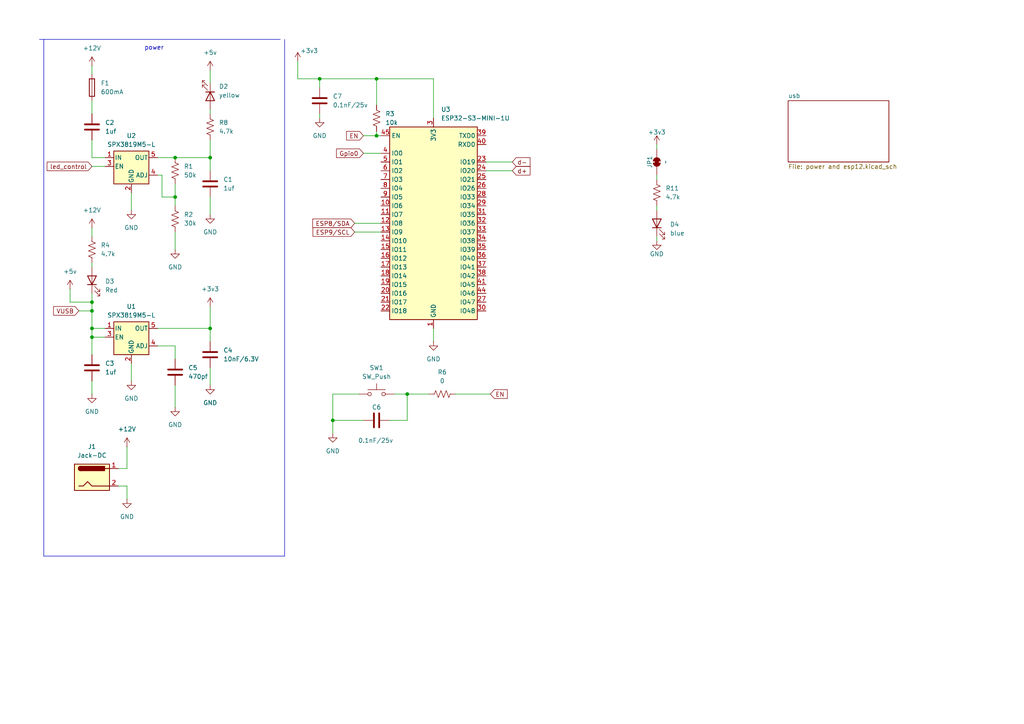
<source format=kicad_sch>
(kicad_sch (version 20231120) (generator "eeschema") (generator_version "8.0")
  (paper "A4")
  (title_block (title "Hardware water level") (company "Cristian Carreras"))
  (lib_symbols
    (symbol "Connector:Jack-DC" (pin_names (offset 1.016))
      (property "Reference" "J" (at 0 5.334 0))
      (property "Value" "Jack-DC" (at 0 -5.08 0))
      (symbol "Jack-DC_0_1"
        (rectangle (start -5.08 3.81) (end 5.08 -3.81) (stroke (width 0.254)) (fill (type background)))
        (arc (start -3.302 3.175) (mid -3.9343 2.54) (end -3.302 1.905) (stroke (width 0.254)))
        (arc (start -3.302 3.175) (mid -3.9343 2.54) (end -3.302 1.905) (stroke (width 0.254)) (fill (type outline)))
        (polyline (pts (xy 5.08 2.54) (xy 3.81 2.54)) (stroke (width 0.254)))
        (polyline (pts (xy -3.81 -2.54) (xy -2.54 -2.54) (xy -1.27 -1.27) (xy 0 -2.54) (xy 2.54 -2.54) (xy 5.08 -2.54)) (stroke (width 0.254)))
        (rectangle (start 3.683 3.175) (end -3.302 1.905) (stroke (width 0.254)) (fill (type outline)))
      )
      (symbol "Jack-DC_1_1"
        (pin passive line (at 7.62 2.54 180) (length 2.54) (name "~") (number "1"))
        (pin passive line (at 7.62 -2.54 180) (length 2.54) (name "~") (number "2"))
      )
    )
    (symbol "Device:C" (pin_numbers hide) (pin_names (offset 0.254))
      (property "Reference" "C" (at 0.635 2.54 0))
      (property "Value" "C" (at 0.635 -2.54 0))
      (symbol "C_0_1"
        (polyline (pts (xy -2.032 -0.762) (xy 2.032 -0.762)) (stroke (width 0.508)))
        (polyline (pts (xy -2.032 0.762) (xy 2.032 0.762)) (stroke (width 0.508)))
      )
      (symbol "C_1_1"
        (pin passive line (at 0 3.81 270) (length 2.794) (name "~") (number "1"))
        (pin passive line (at 0 -3.81 90) (length 2.794) (name "~") (number "2"))
      )
    )
    (symbol "Device:Fuse" (pin_numbers hide) (pin_names (offset 0))
      (property "Reference" "F" (at 2.032 0 90))
      (property "Value" "Fuse" (at -1.905 0 90))
      (symbol "Fuse_0_1"
        (rectangle (start -0.762 -2.54) (end 0.762 2.54) (stroke (width 0.254)))
        (polyline (pts (xy 0 2.54) (xy 0 -2.54)))
      )
      (symbol "Fuse_1_1"
        (pin passive line (at 0 3.81 270) (length 1.27) (name "~") (number "1"))
        (pin passive line (at 0 -3.81 90) (length 1.27) (name "~") (number "2"))
      )
    )
    (symbol "Device:R_US" (pin_numbers hide) (pin_names (offset 0))
      (property "Reference" "R" (at 2.54 0 90))
      (property "Value" "R_US" (at -2.54 0 90))
      (symbol "R_US_0_1"
        (polyline (pts (xy 0 -2.286) (xy 0 -2.54)))
        (polyline (pts (xy 0 2.286) (xy 0 2.54)))
        (polyline (pts (xy 0 -0.762) (xy 1.016 -1.143) (xy 0 -1.524) (xy -1.016 -1.905) (xy 0 -2.286)))
        (polyline (pts (xy 0 0.762) (xy 1.016 0.381) (xy 0 0) (xy -1.016 -0.381) (xy 0 -0.762)))
        (polyline (pts (xy 0 2.286) (xy 1.016 1.905) (xy 0 1.524) (xy -1.016 1.143) (xy 0 0.762)))
      )
      (symbol "R_US_1_1"
        (pin passive line (at 0 3.81 270) (length 1.27) (name "~") (number "1"))
        (pin passive line (at 0 -3.81 90) (length 1.27) (name "~") (number "2"))
      )
    )
    (symbol "RF_Module:ESP32-S3-MINI-1U"
      (property "Reference" "U" (at -11.43 29.21 0))
      (property "Value" "ESP32-S3-MINI-1U" (at 12.7 29.21 0))
      (symbol "ESP32-S3-MINI-1U_0_1"
        (rectangle (start -12.7 27.94) (end 12.7 -27.94) (stroke (width 0.254)) (fill (type background)))
      )
      (symbol "ESP32-S3-MINI-1U_1_1"
        (pin power_in line (at 0 -30.48 90) (length 2.54) (name "GND") (number "1"))
        (pin bidirectional line (at -15.24 5.08 0) (length 2.54) (name "IO6") (number "10"))
        (pin bidirectional line (at -15.24 2.54 0) (length 2.54) (name "IO7") (number "11"))
        (pin bidirectional line (at -15.24 0 0) (length 2.54) (name "IO8") (number "12"))
        (pin bidirectional line (at -15.24 -2.54 0) (length 2.54) (name "IO9") (number "13"))
        (pin bidirectional line (at -15.24 -5.08 0) (length 2.54) (name "IO10") (number "14"))
        (pin bidirectional line (at -15.24 -7.62 0) (length 2.54) (name "IO11") (number "15"))
        (pin bidirectional line (at -15.24 -10.16 0) (length 2.54) (name "IO12") (number "16"))
        (pin bidirectional line (at -15.24 -12.7 0) (length 2.54) (name "IO13") (number "17"))
        (pin bidirectional line (at -15.24 -15.24 0) (length 2.54) (name "IO14") (number "18"))
        (pin bidirectional line (at -15.24 -17.78 0) (length 2.54) (name "IO15") (number "19"))
        (pin passive line (at 0 -30.48 90) (length 2.54) hide (name "GND") (number "2"))
        (pin bidirectional line (at -15.24 -20.32 0) (length 2.54) (name "IO16") (number "20"))
        (pin bidirectional line (at -15.24 -22.86 0) (length 2.54) (name "IO17") (number "21"))
        (pin bidirectional line (at -15.24 -25.4 0) (length 2.54) (name "IO18") (number "22"))
        (pin bidirectional line (at 15.24 17.78 180) (length 2.54) (name "IO19") (number "23"))
        (pin bidirectional line (at 15.24 15.24 180) (length 2.54) (name "IO20") (number "24"))
        (pin bidirectional line (at 15.24 12.7 180) (length 2.54) (name "IO21") (number "25"))
        (pin bidirectional line (at 15.24 10.16 180) (length 2.54) (name "IO26") (number "26"))
        (pin bidirectional line (at 15.24 -22.86 180) (length 2.54) (name "IO47") (number "27"))
        (pin bidirectional line (at 15.24 7.62 180) (length 2.54) (name "IO33") (number "28"))
        (pin bidirectional line (at 15.24 5.08 180) (length 2.54) (name "IO34") (number "29"))
        (pin power_in line (at 0 30.48 270) (length 2.54) (name "3V3") (number "3"))
        (pin bidirectional line (at 15.24 -25.4 180) (length 2.54) (name "IO48") (number "30"))
        (pin bidirectional line (at 15.24 2.54 180) (length 2.54) (name "IO35") (number "31"))
        (pin bidirectional line (at 15.24 0 180) (length 2.54) (name "IO36") (number "32"))
        (pin bidirectional line (at 15.24 -2.54 180) (length 2.54) (name "IO37") (number "33"))
        (pin bidirectional line (at 15.24 -5.08 180) (length 2.54) (name "IO38") (number "34"))
        (pin bidirectional line (at 15.24 -7.62 180) (length 2.54) (name "IO39") (number "35"))
        (pin bidirectional line (at 15.24 -10.16 180) (length 2.54) (name "IO40") (number "36"))
        (pin bidirectional line (at 15.24 -12.7 180) (length 2.54) (name "IO41") (number "37"))
        (pin bidirectional line (at 15.24 -15.24 180) (length 2.54) (name "IO42") (number "38"))
        (pin bidirectional line (at 15.24 25.4 180) (length 2.54) (name "TXD0") (number "39"))
        (pin bidirectional line (at -15.24 20.32 0) (length 2.54) (name "IO0") (number "4"))
        (pin bidirectional line (at 15.24 22.86 180) (length 2.54) (name "RXD0") (number "40"))
        (pin bidirectional line (at 15.24 -17.78 180) (length 2.54) (name "IO45") (number "41"))
        (pin passive line (at 0 -30.48 90) (length 2.54) hide (name "GND") (number "42"))
        (pin passive line (at 0 -30.48 90) (length 2.54) hide (name "GND") (number "43"))
        (pin bidirectional line (at 15.24 -20.32 180) (length 2.54) (name "IO46") (number "44"))
        (pin input line (at -15.24 25.4 0) (length 2.54) (name "EN") (number "45"))
        (pin passive line (at 0 -30.48 90) (length 2.54) hide (name "GND") (number "46"))
        (pin passive line (at 0 -30.48 90) (length 2.54) hide (name "GND") (number "47"))
        (pin passive line (at 0 -30.48 90) (length 2.54) hide (name "GND") (number "48"))
        (pin passive line (at 0 -30.48 90) (length 2.54) hide (name "GND") (number "49"))
        (pin bidirectional line (at -15.24 17.78 0) (length 2.54) (name "IO1") (number "5"))
        (pin passive line (at 0 -30.48 90) (length 2.54) hide (name "GND") (number "50"))
        (pin passive line (at 0 -30.48 90) (length 2.54) hide (name "GND") (number "51"))
        (pin passive line (at 0 -30.48 90) (length 2.54) hide (name "GND") (number "52"))
        (pin passive line (at 0 -30.48 90) (length 2.54) hide (name "GND") (number "53"))
        (pin passive line (at 0 -30.48 90) (length 2.54) hide (name "GND") (number "54"))
        (pin passive line (at 0 -30.48 90) (length 2.54) hide (name "GND") (number "55"))
        (pin passive line (at 0 -30.48 90) (length 2.54) hide (name "GND") (number "56"))
        (pin passive line (at 0 -30.48 90) (length 2.54) hide (name "GND") (number "57"))
        (pin passive line (at 0 -30.48 90) (length 2.54) hide (name "GND") (number "58"))
        (pin passive line (at 0 -30.48 90) (length 2.54) hide (name "GND") (number "59"))
        (pin bidirectional line (at -15.24 15.24 0) (length 2.54) (name "IO2") (number "6"))
        (pin passive line (at 0 -30.48 90) (length 2.54) hide (name "GND") (number "60"))
        (pin passive line (at 0 -30.48 90) (length 2.54) hide (name "GND") (number "61"))
        (pin passive line (at 0 -30.48 90) (length 2.54) hide (name "GND") (number "62"))
        (pin passive line (at 0 -30.48 90) (length 2.54) hide (name "GND") (number "63"))
        (pin passive line (at 0 -30.48 90) (length 2.54) hide (name "GND") (number "64"))
        (pin passive line (at 0 -30.48 90) (length 2.54) hide (name "GND") (number "65"))
        (pin bidirectional line (at -15.24 12.7 0) (length 2.54) (name "IO3") (number "7"))
        (pin bidirectional line (at -15.24 10.16 0) (length 2.54) (name "IO4") (number "8"))
        (pin bidirectional line (at -15.24 7.62 0) (length 2.54) (name "IO5") (number "9"))
      )
    )
    (symbol "Regulator_Linear:SPX3819M5-L" (pin_names (offset 0.254))
      (property "Reference" "U" (at -3.81 5.715 0))
      (property "Value" "SPX3819M5-L" (at 0 5.715 0))
      (symbol "SPX3819M5-L_0_1"
        (rectangle (start -5.08 4.445) (end 5.08 -5.08) (stroke (width 0.254)) (fill (type background)))
      )
      (symbol "SPX3819M5-L_1_1"
        (pin power_in line (at -7.62 2.54 0) (length 2.54) (name "IN") (number "1"))
        (pin power_in line (at 0 -7.62 90) (length 2.54) (name "GND") (number "2"))
        (pin input line (at -7.62 0 0) (length 2.54) (name "EN") (number "3"))
        (pin input line (at 7.62 -2.54 180) (length 2.54) (name "ADJ") (number "4"))
        (pin power_out line (at 7.62 2.54 180) (length 2.54) (name "OUT") (number "5"))
      )
    )
    (symbol "SparkFun-Jumper:SolderJumper_2_Bridged" (pin_numbers hide) (pin_names (offset 0) hide)
      (property "Reference" "JP" (at 0 2.032 0))
      (property "Value" "~" (at 0 -2.54 0))
      (symbol "SolderJumper_2_Bridged_0_1"
        (rectangle (start -0.508 0.508) (end 0.508 -0.508) (fill (type outline)))
        (arc (start -0.254 1.016) (mid -1.2656 0) (end -0.254 -1.016))
        (arc (start -0.254 1.016) (mid -1.2656 0) (end -0.254 -1.016) (fill (type outline)))
        (polyline (pts (xy -0.254 1.016) (xy -0.254 -1.016)))
        (polyline (pts (xy 0.254 1.016) (xy 0.254 -1.016)))
        (arc (start 0.254 -1.016) (mid 1.2656 0) (end 0.254 1.016))
        (arc (start 0.254 -1.016) (mid 1.2656 0) (end 0.254 1.016) (fill (type outline)))
      )
      (symbol "SolderJumper_2_Bridged_1_1"
        (pin passive line (at -3.81 0 0) (length 2.54) (name "A") (number "1"))
        (pin passive line (at 3.81 0 180) (length 2.54) (name "B") (number "2"))
      )
    )
    (symbol "SparkFun-LED:LED_Red_0603" (pin_numbers hide) (pin_names (offset 1.016) hide)
      (property "Reference" "D" (at 0 2.54 0))
      (property "Value" "Red" (at 0 -2.54 0))
      (symbol "LED_Red_0603_0_1"
        (polyline (pts (xy -1.27 -1.27) (xy -1.27 1.27)) (stroke (width 0.254)))
        (polyline (pts (xy -1.27 0) (xy 1.27 0)))
        (polyline (pts (xy 1.27 -1.27) (xy 1.27 1.27) (xy -1.27 0) (xy 1.27 -1.27)) (stroke (width 0.254)))
        (polyline (pts (xy -3.048 -0.762) (xy -4.572 -2.286) (xy -3.81 -2.286) (xy -4.572 -2.286) (xy -4.572 -1.524)))
        (polyline (pts (xy -1.778 -0.762) (xy -3.302 -2.286) (xy -2.54 -2.286) (xy -3.302 -2.286) (xy -3.302 -1.524)))
      )
      (symbol "LED_Red_0603_1_1"
        (pin passive line (at -3.81 0 0) (length 2.54) (name "K") (number "1"))
        (pin passive line (at 3.81 0 180) (length 2.54) (name "A") (number "2"))
      )
    )
    (symbol "SparkFun-PowerSymbol:3.3V" (power) (pin_names (offset 0))
      (property "Value" "3.3V" (at 0 3.556 0))
      (symbol "3.3V_0_1"
        (polyline (pts (xy -0.762 1.27) (xy 0 2.54)))
        (polyline (pts (xy 0 0) (xy 0 2.54)))
        (polyline (pts (xy 0 2.54) (xy 0.762 1.27)))
      )
      (symbol "3.3V_1_1"
        (pin power_in line (at 0 0 90) (length 0) hide (name "3.3V") (number "1"))
      )
    )
    (symbol "SparkFun-PowerSymbol:GND" (power) (pin_names (offset 0))
      (property "Value" "GND" (at 0 -3.81 0))
      (symbol "GND_0_1"
        (polyline (pts (xy 0 0) (xy 0 -1.27) (xy 1.27 -1.27) (xy 0 -2.54) (xy -1.27 -1.27) (xy 0 -1.27)))
      )
      (symbol "GND_1_1"
        (pin power_in line (at 0 0 270) (length 0) hide (name "GND") (number "1"))
      )
    )
    (symbol "SparkFun-Resistor:4.7k_0402" (pin_numbers hide) (pin_names (offset 0))
      (property "Reference" "R" (at 0 -2.54 0))
      (property "Value" "4.7k" (at 0 2.54 0))
      (symbol "4.7k_0402_0_1"
        (polyline (pts (xy -2.286 0) (xy -2.54 0)))
        (polyline (pts (xy 2.286 0) (xy 2.54 0)))
        (polyline (pts (xy -0.762 0) (xy -1.143 -1.016) (xy -1.524 0) (xy -1.905 1.016) (xy -2.286 0)))
        (polyline (pts (xy 0.762 0) (xy 0.381 -1.016) (xy 0 0) (xy -0.381 1.016) (xy -0.762 0)))
        (polyline (pts (xy 2.286 0) (xy 1.905 -1.016) (xy 1.524 0) (xy 1.143 1.016) (xy 0.762 0)))
      )
      (symbol "4.7k_0402_1_1"
        (pin passive line (at 3.81 0 180) (length 1.27) (name "~") (number "1"))
        (pin passive line (at -3.81 0 0) (length 1.27) (name "~") (number "2"))
      )
    )
    (symbol "Switch:SW_Push" (pin_numbers hide) (pin_names (offset 1.016) hide)
      (property "Reference" "SW" (at 1.27 2.54 0))
      (property "Value" "SW_Push" (at 0 -1.524 0))
      (symbol "SW_Push_0_1"
        (circle (center -2.032 0) (radius 0.508))
        (polyline (pts (xy 0 1.27) (xy 0 3.048)))
        (polyline (pts (xy 2.54 1.27) (xy -2.54 1.27)))
        (circle (center 2.032 0) (radius 0.508))
        (pin passive line (at -5.08 0 0) (length 2.54) (name "1") (number "1"))
        (pin passive line (at 5.08 0 180) (length 2.54) (name "2") (number "2"))
      )
    )
    (symbol "power:+12V" (power) (pin_numbers hide) (pin_names (offset 0) hide)
      (property "Value" "+12V" (at 0 3.556 0))
      (symbol "+12V_0_1"
        (polyline (pts (xy -0.762 1.27) (xy 0 2.54)))
        (polyline (pts (xy 0 0) (xy 0 2.54)))
        (polyline (pts (xy 0 2.54) (xy 0.762 1.27)))
      )
      (symbol "+12V_1_1"
        (pin power_in line (at 0 0 90) (length 0) (name "~") (number "1"))
      )
    )
    (symbol "power:+3V3" (power) (pin_numbers hide) (pin_names (offset 0) hide)
      (property "Value" "+3V3" (at 0 3.556 0))
      (symbol "+3V3_0_1"
        (polyline (pts (xy -0.762 1.27) (xy 0 2.54)))
        (polyline (pts (xy 0 0) (xy 0 2.54)))
        (polyline (pts (xy 0 2.54) (xy 0.762 1.27)))
      )
      (symbol "+3V3_1_1"
        (pin power_in line (at 0 0 90) (length 0) (name "~") (number "1"))
      )
    )
    (symbol "power:GND" (power) (pin_numbers hide) (pin_names (offset 0) hide)
      (property "Value" "GND" (at 0 -3.81 0))
      (symbol "GND_0_1"
        (polyline (pts (xy 0 0) (xy 0 -1.27) (xy 1.27 -1.27) (xy 0 -2.54) (xy -1.27 -1.27) (xy 0 -1.27)))
      )
      (symbol "GND_1_1"
        (pin power_in line (at 0 0 270) (length 0) (name "~") (number "1"))
      )
    )
  )
  (junction (at 96.52 121.92))
  (junction (at 92.71 22.86))
  (junction (at 26.67 95.25))
  (junction (at 26.67 90.17))
  (junction (at 109.22 22.86))
  (junction (at 60.96 45.72))
  (junction (at 109.22 39.37))
  (junction (at 26.67 87.63))
  (junction (at 50.8 57.15))
  (junction (at 118.11 114.3))
  (junction (at 26.67 97.79))
  (junction (at 60.96 95.25))
  (junction (at 50.8 45.72))
  (wire (pts (xy 102.87 67.31) (xy 110.49 67.31)))
  (wire (pts (xy 20.32 87.63) (xy 26.67 87.63)))
  (wire (pts (xy 60.96 40.64) (xy 60.96 45.72)))
  (wire (pts (xy 26.67 76.2) (xy 26.67 77.47)))
  (wire (pts (xy 125.73 95.25) (xy 125.73 99.06)))
  (wire (pts (xy 190.5 41.91) (xy 190.5 43.18)))
  (wire (pts (xy 113.03 121.92) (xy 118.11 121.92)))
  (wire (pts (xy 125.73 22.86) (xy 125.73 34.29)))
  (wire (pts (xy 30.48 45.72) (xy 26.67 45.72)))
  (wire (pts (xy 26.67 110.49) (xy 26.67 114.3)))
  (wire (pts (xy 45.72 45.72) (xy 50.8 45.72)))
  (wire (pts (xy 36.83 140.97) (xy 36.83 144.78)))
  (wire (pts (xy 140.97 46.99) (xy 148.59 46.99)))
  (wire (pts (xy 190.5 68.58) (xy 190.5 69.85)))
  (wire (pts (xy 26.67 90.17) (xy 26.67 95.25)))
  (wire (pts (xy 60.96 57.15) (xy 60.96 62.23)))
  (wire (pts (xy 26.67 87.63) (xy 26.67 90.17)))
  (wire (pts (xy 92.71 25.4) (xy 92.71 22.86)))
  (wire (pts (xy 46.99 50.8) (xy 46.99 57.15)))
  (wire (pts (xy 96.52 121.92) (xy 96.52 125.73)))
  (wire (pts (xy 50.8 53.34) (xy 50.8 57.15)))
  (polyline (pts (xy 82.55 161.29) (xy 12.7 161.29)))
  (wire (pts (xy 96.52 121.92) (xy 105.41 121.92)))
  (wire (pts (xy 104.14 114.3) (xy 96.52 114.3)))
  (wire (pts (xy 50.8 111.76) (xy 50.8 118.11)))
  (wire (pts (xy 86.36 22.86) (xy 92.71 22.86)))
  (wire (pts (xy 60.96 106.68) (xy 60.96 111.76)))
  (wire (pts (xy 109.22 22.86) (xy 125.73 22.86)))
  (wire (pts (xy 92.71 22.86) (xy 109.22 22.86)))
  (wire (pts (xy 140.97 49.53) (xy 148.59 49.53)))
  (wire (pts (xy 190.5 52.07) (xy 190.5 50.8)))
  (wire (pts (xy 105.41 39.37) (xy 109.22 39.37)))
  (wire (pts (xy 34.29 140.97) (xy 36.83 140.97)))
  (wire (pts (xy 34.29 135.89) (xy 36.83 135.89)))
  (wire (pts (xy 118.11 114.3) (xy 124.46 114.3)))
  (polyline (pts (xy 12.7 161.29) (xy 12.7 11.43)))
  (wire (pts (xy 26.67 21.59) (xy 26.67 19.05)))
  (wire (pts (xy 30.48 48.26) (xy 26.67 48.26)))
  (wire (pts (xy 50.8 67.31) (xy 50.8 72.39)))
  (wire (pts (xy 38.1 55.88) (xy 38.1 60.96)))
  (wire (pts (xy 26.67 97.79) (xy 26.67 95.25)))
  (wire (pts (xy 190.5 60.96) (xy 190.5 59.69)))
  (wire (pts (xy 50.8 45.72) (xy 60.96 45.72)))
  (wire (pts (xy 60.96 95.25) (xy 60.96 99.06)))
  (wire (pts (xy 60.96 31.75) (xy 60.96 33.02)))
  (wire (pts (xy 118.11 121.92) (xy 118.11 114.3)))
  (polyline (pts (xy 11.43 11.43) (xy 81.28 11.43)))
  (wire (pts (xy 132.08 114.3) (xy 142.24 114.3)))
  (wire (pts (xy 109.22 22.86) (xy 109.22 30.48)))
  (wire (pts (xy 102.87 64.77) (xy 110.49 64.77)))
  (wire (pts (xy 26.67 45.72) (xy 26.67 40.64)))
  (wire (pts (xy 60.96 88.9) (xy 60.96 95.25)))
  (wire (pts (xy 26.67 66.04) (xy 26.67 68.58)))
  (wire (pts (xy 109.22 39.37) (xy 109.22 38.1)))
  (wire (pts (xy 45.72 50.8) (xy 46.99 50.8)))
  (wire (pts (xy 22.86 90.17) (xy 26.67 90.17)))
  (wire (pts (xy 26.67 85.09) (xy 26.67 87.63)))
  (wire (pts (xy 114.3 114.3) (xy 118.11 114.3)))
  (wire (pts (xy 96.52 114.3) (xy 96.52 121.92)))
  (wire (pts (xy 46.99 57.15) (xy 50.8 57.15)))
  (wire (pts (xy 110.49 39.37) (xy 109.22 39.37)))
  (wire (pts (xy 45.72 95.25) (xy 60.96 95.25)))
  (wire (pts (xy 26.67 102.87) (xy 26.67 97.79)))
  (wire (pts (xy 92.71 33.02) (xy 92.71 34.29)))
  (wire (pts (xy 45.72 100.33) (xy 50.8 100.33)))
  (wire (pts (xy 30.48 95.25) (xy 26.67 95.25)))
  (wire (pts (xy 20.32 83.82) (xy 20.32 87.63)))
  (wire (pts (xy 38.1 105.41) (xy 38.1 110.49)))
  (wire (pts (xy 50.8 57.15) (xy 50.8 59.69)))
  (wire (pts (xy 60.96 45.72) (xy 60.96 49.53)))
  (wire (pts (xy 36.83 135.89) (xy 36.83 129.54)))
  (wire (pts (xy 30.48 97.79) (xy 26.67 97.79)))
  (wire (pts (xy 105.41 44.45) (xy 110.49 44.45)))
  (polyline (pts (xy 82.55 11.43) (xy 82.55 161.29)))
  (wire (pts (xy 26.67 29.21) (xy 26.67 33.02)))
  (wire (pts (xy 60.96 20.32) (xy 60.96 24.13)))
  (wire (pts (xy 86.36 17.78) (xy 86.36 22.86)))
  (wire (pts (xy 50.8 100.33) (xy 50.8 104.14)))
  (text "power" (at 44.704 13.97 0) (effects (font (size 1.27 1.27))))
  (global_label "Gpio0" (shape input) (at 105.41 44.45 180) (property "Intersheetrefs" "${INTERSHEET_REFS}" (effects (hide yes))))
  (global_label "VUSB" (shape input) (at 22.86 90.17 180) (property "Intersheetrefs" "${INTERSHEET_REFS}" (effects (hide yes))))
  (global_label "d+" (shape input) (at 148.59 49.53 0) (property "Intersheetrefs" "${INTERSHEET_REFS}" (effects (hide yes))))
  (global_label "ESP9{slash}SCL" (shape input) (at 102.87 67.31 180) (property "Intersheetrefs" "${INTERSHEET_REFS}" (effects (hide yes))))
  (global_label "d-" (shape input) (at 148.59 46.99 0) (property "Intersheetrefs" "${INTERSHEET_REFS}" (effects (hide yes))))
  (global_label "EN" (shape input) (at 142.24 114.3 0) (property "Intersheetrefs" "${INTERSHEET_REFS}" (effects (hide yes))))
  (global_label "EN" (shape input) (at 105.41 39.37 180) (property "Intersheetrefs" "${INTERSHEET_REFS}" (effects (hide yes))))
  (global_label "led_control" (shape input) (at 26.67 48.26 180) (property "Intersheetrefs" "${INTERSHEET_REFS}" (effects (hide yes))))
  (global_label "ESP8{slash}SDA" (shape input) (at 102.87 64.77 180) (property "Intersheetrefs" "${INTERSHEET_REFS}" (effects (hide yes))))
  (symbol (lib_id "power:+3V3") (at 60.96 88.9 0) (unit 1)
    (property "Reference" "#PWR010" (effects (hide yes)))
    (property "Value" "+3v3" (at 60.96 83.82 0))
    (property "Description" "Power symbol creates a global label with name \"+3V3\"" (effects (hide yes)))
  )
  (symbol (lib_id "Device:C") (at 26.67 36.83 0) (unit 1)
    (property "Reference" "C2" (at 30.48 35.5599 0) (effects (justify left)))
    (property "Value" "1uf" (at 30.48 38.0999 0) (effects (justify left)))
    (property "Footprint" "Capacitor_SMD:C_0402_1005Metric" (effects (hide yes)))
    (property "Description" "Unpolarized capacitor" (effects (hide yes)))
  )
  (symbol (lib_id "Switch:SW_Push") (at 109.22 114.3 0) (unit 1)
    (property "Reference" "SW1" (at 109.22 106.68 0))
    (property "Value" "SW_Push" (at 109.22 109.22 0))
    (property "Footprint" "Button_Switch_THT:SW_PUSH_6mm" (effects (hide yes)))
    (property "Description" "Push button switch, generic, two pins" (effects (hide yes)))
  )
  (symbol (lib_id "Regulator_Linear:SPX3819M5-L") (at 38.1 97.79 0) (unit 1)
    (property "Reference" "U1" (at 38.1 88.9 0))
    (property "Value" "SPX3819M5-L" (at 38.1 91.44 0))
    (property "Footprint" "Package_TO_SOT_SMD:SOT-23-5" (effects (hide yes)))
    (property "Datasheet" "https://www.exar.com/content/document.ashx?id=22106&languageid=1033&type=Datasheet&partnumber=SPX3819&filename=SPX3819.pdf&part=SPX3819" (effects (hide yes)))
    (property "Description" "500mA Low drop-out regulator, Adjustable, SOT-23-5" (effects (hide yes)))
  )
  (symbol (lib_id "SparkFun-PowerSymbol:GND") (at 190.5 69.85 0) (unit 1)
    (property "Reference" "#PWR042" (effects (hide yes)))
    (property "Value" "GND" (at 190.5 73.66 0))
  )
  (symbol (lib_id "SparkFun-LED:LED_Red_0603") (at 190.5 64.77 90) (unit 1)
    (property "Reference" "D4" (at 194.31 65.0874 90) (effects (justify right)))
    (property "Value" "blue" (at 194.31 67.6274 90) (effects (justify right)))
    (property "Footprint" "LED_SMD:LED_0603_1608Metric" (effects (hide yes)))
    (property "Datasheet" "https://docs.broadcom.com/docs/AV02-0551EN" (effects (hide yes)))
    (property "PROD_ID" "DIO-17976" (effects (hide yes)))
  )
  (symbol (lib_id "power:+3V3") (at 86.36 17.78 0) (unit 1)
    (property "Reference" "#PWR015" (effects (hide yes)))
    (property "Value" "+3v3" (at 89.662 14.732 0))
    (property "Description" "Power symbol creates a global label with name \"+3V3\"" (effects (hide yes)))
  )
  (symbol (lib_id "power:+12V") (at 36.83 129.54 0) (unit 1)
    (property "Reference" "#PWR01" (effects (hide yes)))
    (property "Value" "+12V" (at 36.83 124.46 0))
    (property "Description" "Power symbol creates a global label with name \"+12V\"" (effects (hide yes)))
  )
  (symbol (lib_id "Device:R_US") (at 50.8 49.53 0) (unit 1)
    (property "Reference" "R1" (at 53.34 48.2599 0) (effects (justify left)))
    (property "Value" "50k" (at 53.34 50.7999 0) (effects (justify left)))
    (property "Footprint" "Resistor_SMD:R_0402_1005Metric" (effects (hide yes)))
    (property "Description" "Resistor, US symbol" (effects (hide yes)))
  )
  (symbol (lib_id "power:GND") (at 125.73 99.06 0) (unit 1)
    (property "Reference" "#PWR013" (effects (hide yes)))
    (property "Value" "GND" (at 125.73 104.14 0))
    (property "Description" "Power symbol creates a global label with name \"GND\" , ground" (effects (hide yes)))
  )
  (symbol (lib_id "Device:C") (at 92.71 29.21 0) (unit 1)
    (property "Reference" "C7" (at 96.52 27.9399 0) (effects (justify left)))
    (property "Value" "0.1nF/25v" (at 96.52 30.4799 0) (effects (justify left)))
    (property "Footprint" "Capacitor_SMD:C_0402_1005Metric" (effects (hide yes)))
    (property "Description" "Unpolarized capacitor" (effects (hide yes)))
  )
  (symbol (lib_id "Device:C") (at 109.22 121.92 90) (unit 1)
    (property "Reference" "C6" (at 109.22 118.11 90))
    (property "Value" "0.1nF/25v" (at 108.966 127.762 90))
    (property "Footprint" "Capacitor_SMD:C_0402_1005Metric" (effects (hide yes)))
    (property "Description" "Unpolarized capacitor" (effects (hide yes)))
  )
  (symbol (lib_id "power:GND") (at 38.1 110.49 0) (unit 1)
    (property "Reference" "#PWR08" (effects (hide yes)))
    (property "Value" "GND" (at 38.1 115.57 0))
    (property "Description" "Power symbol creates a global label with name \"GND\" , ground" (effects (hide yes)))
  )
  (symbol (lib_id "SparkFun-Resistor:4.7k_0402") (at 26.67 72.39 90) (unit 1)
    (property "Reference" "R4" (at 29.21 71.12 90) (effects (justify right)))
    (property "Value" "4.7k" (at 29.21 73.66 90) (effects (justify right)))
    (property "Footprint" "Resistor_SMD:R_0402_1005Metric" (effects (hide yes)))
    (property "Datasheet" "https://www.vishay.com/docs/20035/dcrcwe3.pdf" (effects (hide yes)))
    (property "PROD_ID" "RES-15343" (effects (hide yes)))
  )
  (symbol (lib_id "Regulator_Linear:SPX3819M5-L") (at 38.1 48.26 0) (unit 1)
    (property "Reference" "U2" (at 38.1 39.37 0))
    (property "Value" "SPX3819M5-L" (at 38.1 41.91 0))
    (property "Footprint" "Package_TO_SOT_SMD:SOT-23-5" (effects (hide yes)))
    (property "Datasheet" "https://www.exar.com/content/document.ashx?id=22106&languageid=1033&type=Datasheet&partnumber=SPX3819&filename=SPX3819.pdf&part=SPX3819" (effects (hide yes)))
    (property "Description" "500mA Low drop-out regulator, Adjustable, SOT-23-5" (effects (hide yes)))
  )
  (symbol (lib_id "Connector:Jack-DC") (at 26.67 138.43 0) (unit 1)
    (property "Reference" "J1" (at 26.67 129.54 0))
    (property "Value" "Jack-DC" (at 26.67 132.08 0))
    (property "Footprint" "Connector_BarrelJack:BarrelJack_Horizontal" (effects (hide yes)))
    (property "Description" "DC Barrel Jack" (effects (hide yes)))
  )
  (symbol (lib_id "power:GND") (at 92.71 34.29 0) (unit 1)
    (property "Reference" "#PWR017" (effects (hide yes)))
    (property "Value" "GND" (at 92.71 39.37 0))
    (property "Description" "Power symbol creates a global label with name \"GND\" , ground" (effects (hide yes)))
  )
  (symbol (lib_id "SparkFun-LED:LED_Red_0603") (at 60.96 27.94 270) (unit 1)
    (property "Reference" "D2" (at 63.5 25.0824 90) (effects (justify left)))
    (property "Value" "yellow" (at 63.5 27.6224 90) (effects (justify left)))
    (property "Footprint" "LED_SMD:LED_0603_1608Metric" (effects (hide yes)))
    (property "Datasheet" "https://docs.broadcom.com/docs/AV02-0551EN" (effects (hide yes)))
    (property "PROD_ID" "DIO-17976" (effects (hide yes)))
  )
  (symbol (lib_id "RF_Module:ESP32-S3-MINI-1U") (at 125.73 64.77 0) (unit 1)
    (property "Reference" "U3" (at 127.9241 31.75 0) (effects (justify left)))
    (property "Value" "ESP32-S3-MINI-1U" (at 127.9241 34.29 0) (effects (justify left)))
    (property "Footprint" "RF_Module:ESP32-S2-MINI-1U" (effects (hide yes)))
    (property "Datasheet" "https://www.espressif.com/sites/default/files/documentation/esp32-s3-mini-1_mini-1u_datasheet_en.pdf" (effects (hide yes)))
    (property "Description" "RF Module, ESP32-S3 SoC, Wi-Fi 802.11b/g/n, Bluetooth, BLE, 32-bit, 3.3V, SMD, external antenna" (effects (hide yes)))
  )
  (symbol (lib_id "Device:R_US") (at 50.8 63.5 0) (unit 1)
    (property "Reference" "R2" (at 53.34 62.2299 0) (effects (justify left)))
    (property "Value" "30k" (at 53.34 64.7699 0) (effects (justify left)))
    (property "Footprint" "Resistor_SMD:R_0402_1005Metric" (effects (hide yes)))
    (property "Description" "Resistor, US symbol" (effects (hide yes)))
  )
  (symbol (lib_id "power:GND") (at 60.96 111.76 0) (unit 1)
    (property "Reference" "#PWR011" (effects (hide yes)))
    (property "Value" "GND" (at 60.96 116.84 0))
    (property "Description" "Power symbol creates a global label with name \"GND\" , ground" (effects (hide yes)))
  )
  (symbol (lib_id "SparkFun-Resistor:4.7k_0402") (at 190.5 55.88 90) (unit 1)
    (property "Reference" "R11" (at 193.04 54.61 90) (effects (justify right)))
    (property "Value" "4.7k" (at 193.04 57.15 90) (effects (justify right)))
    (property "Footprint" "Resistor_SMD:R_0402_1005Metric" (effects (hide yes)))
    (property "Datasheet" "https://www.vishay.com/docs/20035/dcrcwe3.pdf" (effects (hide yes)))
    (property "PROD_ID" "RES-15343" (effects (hide yes)))
  )
  (symbol (lib_id "Device:R_US") (at 109.22 34.29 0) (unit 1)
    (property "Reference" "R3" (at 111.76 33.0199 0) (effects (justify left)))
    (property "Value" "10k" (at 111.76 35.5599 0) (effects (justify left)))
    (property "Footprint" "Resistor_SMD:R_0402_1005Metric" (effects (hide yes)))
    (property "Description" "Resistor, US symbol" (effects (hide yes)))
  )
  (symbol (lib_id "power:GND") (at 36.83 144.78 0) (unit 1)
    (property "Reference" "#PWR02" (effects (hide yes)))
    (property "Value" "GND" (at 36.83 149.86 0))
    (property "Description" "Power symbol creates a global label with name \"GND\" , ground" (effects (hide yes)))
  )
  (symbol (lib_id "power:+12V") (at 26.67 66.04 0) (unit 1)
    (property "Reference" "#PWR012" (effects (hide yes)))
    (property "Value" "+12V" (at 26.67 60.96 0))
    (property "Description" "Power symbol creates a global label with name \"+12V\"" (effects (hide yes)))
  )
  (symbol (lib_id "Device:C") (at 26.67 106.68 0) (unit 1)
    (property "Reference" "C3" (at 30.48 105.4099 0) (effects (justify left)))
    (property "Value" "1uf" (at 30.48 107.9499 0) (effects (justify left)))
    (property "Footprint" "Capacitor_SMD:C_0402_1005Metric" (effects (hide yes)))
    (property "Description" "Unpolarized capacitor" (effects (hide yes)))
  )
  (symbol (lib_id "Device:C") (at 50.8 107.95 0) (unit 1)
    (property "Reference" "C5" (at 54.61 106.6799 0) (effects (justify left)))
    (property "Value" "470pf" (at 54.61 109.2199 0) (effects (justify left)))
    (property "Footprint" "Capacitor_SMD:C_0402_1005Metric" (effects (hide yes)))
    (property "Description" "Unpolarized capacitor" (effects (hide yes)))
  )
  (symbol (lib_id "SparkFun-PowerSymbol:3.3V") (at 190.5 41.91 0) (unit 1)
    (property "Reference" "#PWR041" (effects (hide yes)))
    (property "Value" "+3v3" (at 190.5 38.354 0))
  )
  (symbol (lib_id "Device:C") (at 60.96 53.34 0) (unit 1)
    (property "Reference" "C1" (at 64.77 52.0699 0) (effects (justify left)))
    (property "Value" "1uf" (at 64.77 54.6099 0) (effects (justify left)))
    (property "Footprint" "Capacitor_SMD:C_0402_1005Metric" (effects (hide yes)))
    (property "Description" "Unpolarized capacitor" (effects (hide yes)))
  )
  (symbol (lib_id "power:GND") (at 26.67 114.3 0) (unit 1)
    (property "Reference" "#PWR033" (effects (hide yes)))
    (property "Value" "GND" (at 26.67 119.38 0))
    (property "Description" "Power symbol creates a global label with name \"GND\" , ground" (effects (hide yes)))
  )
  (symbol (lib_id "power:GND") (at 96.52 125.73 0) (unit 1)
    (property "Reference" "#PWR016" (effects (hide yes)))
    (property "Value" "GND" (at 96.52 130.81 0))
    (property "Description" "Power symbol creates a global label with name \"GND\" , ground" (effects (hide yes)))
  )
  (symbol (lib_id "power:+3V3") (at 60.96 20.32 0) (unit 1)
    (property "Reference" "#PWR07" (effects (hide yes)))
    (property "Value" "+5v" (at 60.96 15.24 0))
    (property "Description" "Power symbol creates a global label with name \"+3V3\"" (effects (hide yes)))
  )
  (symbol (lib_id "power:+3V3") (at 20.32 83.82 0) (unit 1)
    (property "Reference" "#PWR019" (effects (hide yes)))
    (property "Value" "+5v" (at 20.32 78.74 0))
    (property "Description" "Power symbol creates a global label with name \"+3V3\"" (effects (hide yes)))
  )
  (symbol (lib_id "SparkFun-Jumper:SolderJumper_2_Bridged") (at 190.5 46.99 90) (unit 1)
    (property "Reference" "JP1" (at 188.468 46.99 0))
    (property "Value" "~" (at 193.04 46.99 0))
    (property "Footprint" "Jumper:SolderJumper-2_P1.3mm_Bridged_Pad1.0x1.5mm" (effects (hide yes)))
  )
  (symbol (lib_id "Device:Fuse") (at 26.67 25.4 0) (unit 1)
    (property "Reference" "F1" (at 29.21 24.1299 0) (effects (justify left)))
    (property "Value" "600mA" (at 29.21 26.6699 0) (effects (justify left)))
    (property "Footprint" "Fuse:Fuse_Bourns_MF-RG300" (effects (hide yes)))
    (property "Description" "Fuse" (effects (hide yes)))
  )
  (symbol (lib_id "power:GND") (at 50.8 118.11 0) (unit 1)
    (property "Reference" "#PWR09" (effects (hide yes)))
    (property "Value" "GND" (at 50.8 123.19 0))
    (property "Description" "Power symbol creates a global label with name \"GND\" , ground" (effects (hide yes)))
  )
  (symbol (lib_id "SparkFun-Resistor:4.7k_0402") (at 60.96 36.83 90) (unit 1)
    (property "Reference" "R8" (at 63.5 35.56 90) (effects (justify right)))
    (property "Value" "4.7k" (at 63.5 38.1 90) (effects (justify right)))
    (property "Footprint" "Resistor_SMD:R_0402_1005Metric" (effects (hide yes)))
    (property "Datasheet" "https://www.vishay.com/docs/20035/dcrcwe3.pdf" (effects (hide yes)))
    (property "PROD_ID" "RES-15343" (effects (hide yes)))
  )
  (symbol (lib_id "SparkFun-LED:LED_Red_0603") (at 26.67 81.28 90) (unit 1)
    (property "Reference" "D3" (at 30.48 81.5974 90) (effects (justify right)))
    (property "Value" "Red" (at 30.48 84.1374 90) (effects (justify right)))
    (property "Footprint" "LED_SMD:LED_0603_1608Metric" (effects (hide yes)))
    (property "Datasheet" "https://docs.broadcom.com/docs/AV02-0551EN" (effects (hide yes)))
    (property "PROD_ID" "DIO-17976" (effects (hide yes)))
  )
  (symbol (lib_id "Device:R_US") (at 128.27 114.3 90) (unit 1)
    (property "Reference" "R6" (at 128.27 107.95 90))
    (property "Value" "0" (at 128.27 110.49 90))
    (property "Footprint" "Resistor_SMD:R_0402_1005Metric" (effects (hide yes)))
    (property "Description" "Resistor, US symbol" (effects (hide yes)))
  )
  (symbol (lib_id "power:GND") (at 38.1 60.96 0) (unit 1)
    (property "Reference" "#PWR04" (effects (hide yes)))
    (property "Value" "GND" (at 38.1 66.04 0))
    (property "Description" "Power symbol creates a global label with name \"GND\" , ground" (effects (hide yes)))
  )
  (symbol (lib_id "power:GND") (at 60.96 62.23 0) (unit 1)
    (property "Reference" "#PWR06" (effects (hide yes)))
    (property "Value" "GND" (at 60.96 67.31 0))
    (property "Description" "Power symbol creates a global label with name \"GND\" , ground" (effects (hide yes)))
  )
  (symbol (lib_id "power:+12V") (at 26.67 19.05 0) (unit 1)
    (property "Reference" "#PWR03" (effects (hide yes)))
    (property "Value" "+12V" (at 26.67 13.97 0))
    (property "Description" "Power symbol creates a global label with name \"+12V\"" (effects (hide yes)))
  )
  (symbol (lib_id "Device:C") (at 60.96 102.87 0) (unit 1)
    (property "Reference" "C4" (at 64.77 101.5999 0) (effects (justify left)))
    (property "Value" "10nF/6.3V" (at 64.77 104.1399 0) (effects (justify left)))
    (property "Footprint" "Capacitor_SMD:C_0402_1005Metric" (effects (hide yes)))
    (property "Description" "Unpolarized capacitor" (effects (hide yes)))
  )
  (symbol (lib_id "power:GND") (at 50.8 72.39 0) (unit 1)
    (property "Reference" "#PWR05" (effects (hide yes)))
    (property "Value" "GND" (at 50.8 77.47 0))
    (property "Description" "Power symbol creates a global label with name \"GND\" , ground" (effects (hide yes)))
  )
  (sheet (at 228.6 29.21) (size 29.21 17.78) (stroke (width 0.1524))
    (property "Sheetname" "usb" (at 228.6 28.4984 0) (effects (justify left bottom)))
    (property "Sheetfile" "power and esp12.kicad_sch" (at 228.6 47.5746 0) (effects (justify left top)))
  )
)
</source>
